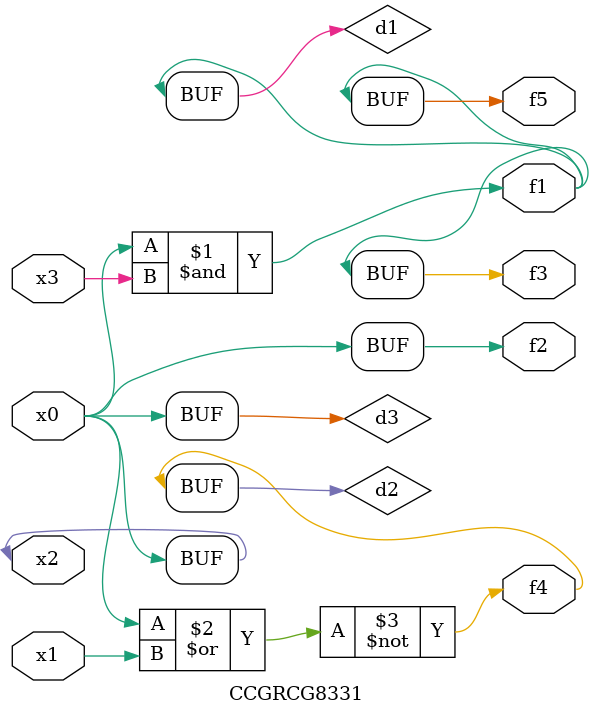
<source format=v>
module CCGRCG8331(
	input x0, x1, x2, x3,
	output f1, f2, f3, f4, f5
);

	wire d1, d2, d3;

	and (d1, x2, x3);
	nor (d2, x0, x1);
	buf (d3, x0, x2);
	assign f1 = d1;
	assign f2 = d3;
	assign f3 = d1;
	assign f4 = d2;
	assign f5 = d1;
endmodule

</source>
